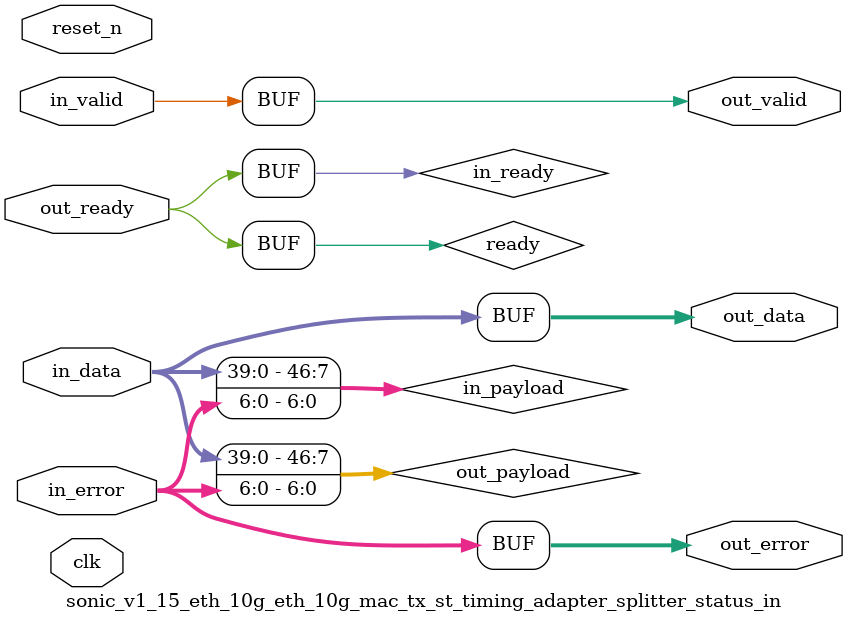
<source format=v>

`timescale 1ns / 100ps
module sonic_v1_15_eth_10g_eth_10g_mac_tx_st_timing_adapter_splitter_status_in (
    
      // Interface: clk
      input              clk,
      // Interface: reset
      input              reset_n,
      // Interface: in
      input              in_valid,
      input      [39: 0] in_data,
      input      [ 6: 0] in_error,
      // Interface: out
      output reg         out_valid,
      output reg [39: 0] out_data,
      output reg [ 6: 0] out_error,
      input              out_ready
);




   // ---------------------------------------------------------------------
   //| Signal Declarations
   // ---------------------------------------------------------------------

   reg  [46: 0] in_payload;
   reg  [46: 0] out_payload;
   reg  [ 0: 0] ready;
   reg          in_ready;
   // synthesis translate_off
   always @(negedge in_ready) begin
      $display("%m: The downstream component is backpressuring by deasserting ready, but the upstream component can't be backpressured.");
   end
   // synthesis translate_on   


   // ---------------------------------------------------------------------
   //| Payload Mapping
   // ---------------------------------------------------------------------
   always @* begin
     in_payload = {in_data,in_error};
     {out_data,out_error} = out_payload;
   end

   // ---------------------------------------------------------------------
   //| Ready & valid signals.
   // ---------------------------------------------------------------------
   always @* begin
     ready[0] = out_ready;
     out_valid = in_valid;
     out_payload = in_payload;
     in_ready = ready[0];
   end




endmodule


</source>
